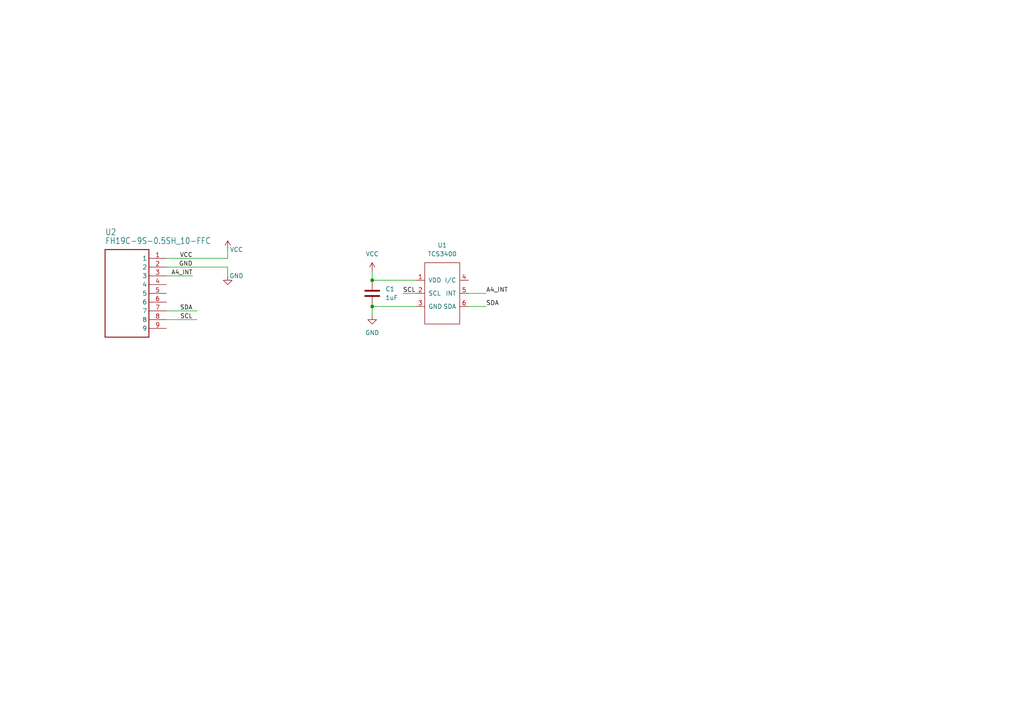
<source format=kicad_sch>
(kicad_sch (version 20231120) (generator "eeschema") (generator_version "8.0")
  (paper "A4")
  (lib_symbols
    (symbol "Device:C" (pin_numbers hide) (pin_names (offset 0.254))
      (property "Reference" "C" (at 0.635 2.54 0))
      (property "Value" "C" (at 0.635 -2.54 0))
      (symbol "C_0_1"
        (polyline (pts (xy -2.032 -0.762) (xy 2.032 -0.762)) (stroke (width 0.508)))
        (polyline (pts (xy -2.032 0.762) (xy 2.032 0.762)) (stroke (width 0.508)))
      )
      (symbol "C_1_1"
        (pin passive line (at 0 3.81 270) (length 2.794) (name "~") (number "1"))
        (pin passive line (at 0 -3.81 90) (length 2.794) (name "~") (number "2"))
      )
    )
    (symbol "OSO-MISC-21-021 Sensor Watch Motion II-eagle-import:FH19C-9S-0.5SH_10-FFC"
      (property "Value" "FH19C-9S-0.5SH_10-FFC" (at 8.89 15.24 0))
      (symbol "FH19C-9S-0.5SH_10-FFC_1_0"
        (polyline (pts (xy -5.08 12.7) (xy -5.08 -12.7)) (stroke (width 0.254)))
        (polyline (pts (xy -5.08 12.7) (xy 7.62 12.7)) (stroke (width 0.254)))
        (polyline (pts (xy 7.62 -12.7) (xy -5.08 -12.7)) (stroke (width 0.254)))
        (polyline (pts (xy 7.62 -12.7) (xy 7.62 12.7)) (stroke (width 0.254)))
        (pin bidirectional line (at 12.7 10.16 180) (length 5.08) (name "1") (number "1"))
        (pin bidirectional line (at 12.7 7.62 180) (length 5.08) (name "2") (number "2"))
        (pin bidirectional line (at 12.7 5.08 180) (length 5.08) (name "3") (number "3"))
        (pin bidirectional line (at 12.7 2.54 180) (length 5.08) (name "4") (number "4"))
        (pin bidirectional line (at 12.7 0 180) (length 5.08) (name "5") (number "5"))
        (pin bidirectional line (at 12.7 -2.54 180) (length 5.08) (name "6") (number "6"))
        (pin bidirectional line (at 12.7 -5.08 180) (length 5.08) (name "7") (number "7"))
        (pin bidirectional line (at 12.7 -7.62 180) (length 5.08) (name "8") (number "8"))
        (pin bidirectional line (at 12.7 -10.16 180) (length 5.08) (name "9") (number "9"))
      )
    )
    (symbol "TCS3400:TCS3400" (pin_names (offset 1.016))
      (property "Reference" "U" (at 0 -7.62 0))
      (property "Value" "TCS3400" (at 0 7.62 0))
      (symbol "TCS3400_0_1"
        (rectangle (start -5.08 8.89) (end 5.08 -8.89))
      )
      (symbol "TCS3400_1_1"
        (pin power_in line (at -7.62 3.81 0) (length 2.54) (name "VDD") (number "1"))
        (pin input line (at -7.62 0 0) (length 2.54) (name "SCL") (number "2"))
        (pin passive line (at -7.62 -3.81 0) (length 2.54) (name "GND") (number "3"))
        (pin bidirectional line (at 7.62 3.81 180) (length 2.54) (name "I/C") (number "4"))
        (pin output line (at 7.62 0 180) (length 2.54) (name "INT") (number "5"))
        (pin bidirectional line (at 7.62 -3.81 180) (length 2.54) (name "SDA") (number "6"))
      )
    )
    (symbol "power:GND" (power) (pin_names (offset 0))
      (property "Value" "GND" (at 0 -3.81 0))
      (symbol "GND_0_1"
        (polyline (pts (xy 0 0) (xy 0 -1.27) (xy 1.27 -1.27) (xy 0 -2.54) (xy -1.27 -1.27) (xy 0 -1.27)))
      )
      (symbol "GND_1_1"
        (pin power_in line (at 0 0 270) (length 0) hide (name "GND") (number "1"))
      )
    )
    (symbol "power:VCC" (power) (pin_names (offset 0))
      (property "Value" "VCC" (at 0 3.81 0))
      (symbol "VCC_0_1"
        (polyline (pts (xy -0.762 1.27) (xy 0 2.54)))
        (polyline (pts (xy 0 0) (xy 0 2.54)))
        (polyline (pts (xy 0 2.54) (xy 0.762 1.27)))
      )
      (symbol "VCC_1_1"
        (pin power_in line (at 0 0 90) (length 0) hide (name "VCC") (number "1"))
      )
    )
  )
  (junction (at 107.95 88.9))
  (junction (at 107.95 81.28))
  (wire (pts (xy 107.95 88.9) (xy 107.95 91.44)))
  (wire (pts (xy 48.26 80.01) (xy 55.88 80.01)))
  (wire (pts (xy 48.26 74.93) (xy 66.04 74.93)))
  (wire (pts (xy 48.26 77.47) (xy 66.04 77.47)))
  (wire (pts (xy 107.95 88.9) (xy 120.65 88.9)))
  (wire (pts (xy 66.04 77.47) (xy 66.04 80.01)))
  (wire (pts (xy 135.89 85.09) (xy 140.97 85.09)))
  (wire (pts (xy 135.89 88.9) (xy 140.97 88.9)))
  (wire (pts (xy 48.26 90.17) (xy 57.15 90.17)))
  (wire (pts (xy 107.95 81.28) (xy 120.65 81.28)))
  (wire (pts (xy 48.26 92.71) (xy 57.15 92.71)))
  (wire (pts (xy 116.84 85.09) (xy 120.65 85.09)))
  (wire (pts (xy 66.04 72.39) (xy 66.04 74.93)))
  (wire (pts (xy 107.95 78.74) (xy 107.95 81.28)))
  (label "SCL" (at 116.84 85.09 0))
  (label "A4_INT" (at 140.97 85.09 0))
  (label "SCL" (at 55.88 92.71 180) (effects (font (size 1.2446 1.2446))))
  (label "SDA" (at 140.97 88.9 0))
  (label "SDA" (at 55.88 90.17 180) (effects (font (size 1.2446 1.2446))))
  (label "VCC" (at 55.88 74.93 180) (effects (font (size 1.2446 1.2446))))
  (label "A4_INT" (at 55.88 80.01 180) (effects (font (size 1.2446 1.2446))))
  (label "GND" (at 55.88 77.47 180) (effects (font (size 1.2446 1.2446))))
  (symbol (lib_id "power:GND") (at 66.04 80.01 0) (unit 1)
    (property "Reference" "#PWR02" (effects (hide yes)))
    (property "Value" "GND" (at 68.58 80.01 0))
  )
  (symbol (lib_id "TCS3400:TCS3400") (at 128.27 85.09 0) (unit 1)
    (property "Reference" "U1" (at 128.27 71.12 0))
    (property "Value" "TCS3400" (at 128.27 73.66 0))
    (property "Footprint" "sensor_watch_lightmeter:TCS3400" (effects (hide yes)))
  )
  (symbol (lib_id "power:VCC") (at 107.95 78.74 0) (unit 1)
    (property "Reference" "#PWR05" (effects (hide yes)))
    (property "Value" "VCC" (at 107.95 73.66 0))
  )
  (symbol (lib_id "power:VCC") (at 66.04 72.39 0) (unit 1)
    (property "Reference" "#PWR01" (effects (hide yes)))
    (property "Value" "VCC" (at 68.58 72.39 0))
  )
  (symbol (lib_id "Device:C") (at 107.95 85.09 0) (unit 1)
    (property "Reference" "C1" (at 111.76 83.82 0) (effects (justify left)))
    (property "Value" "1uF" (at 111.76 86.36 0) (effects (justify left)))
    (property "Footprint" "Capacitor_SMD:C_0201_0603Metric_Pad0.64x0.40mm_HandSolder" (effects (hide yes)))
    (property "LCSC" "C237458" (effects (hide yes)))
  )
  (symbol (lib_id "OSO-MISC-21-021 Sensor Watch Motion II-eagle-import:FH19C-9S-0.5SH_10-FFC") (at 35.56 85.09 0) (unit 1)
    (property "Reference" "U2" (at 30.48 67.31 0) (effects (font (size 1.778 1.5113)) (justify left)))
    (property "Value" "FH19C-9S-0.5SH_10-FFC" (at 30.48 69.85 0) (effects (font (size 1.778 1.5113)) (justify left)))
    (property "Footprint" "sensor_watch_lightmeter:FH19C9S05SH10-FFC" (effects (hide yes)))
  )
  (symbol (lib_id "power:GND") (at 107.95 91.44 0) (unit 1)
    (property "Reference" "#PWR04" (effects (hide yes)))
    (property "Value" "GND" (at 107.95 96.52 0))
  )
)
</source>
